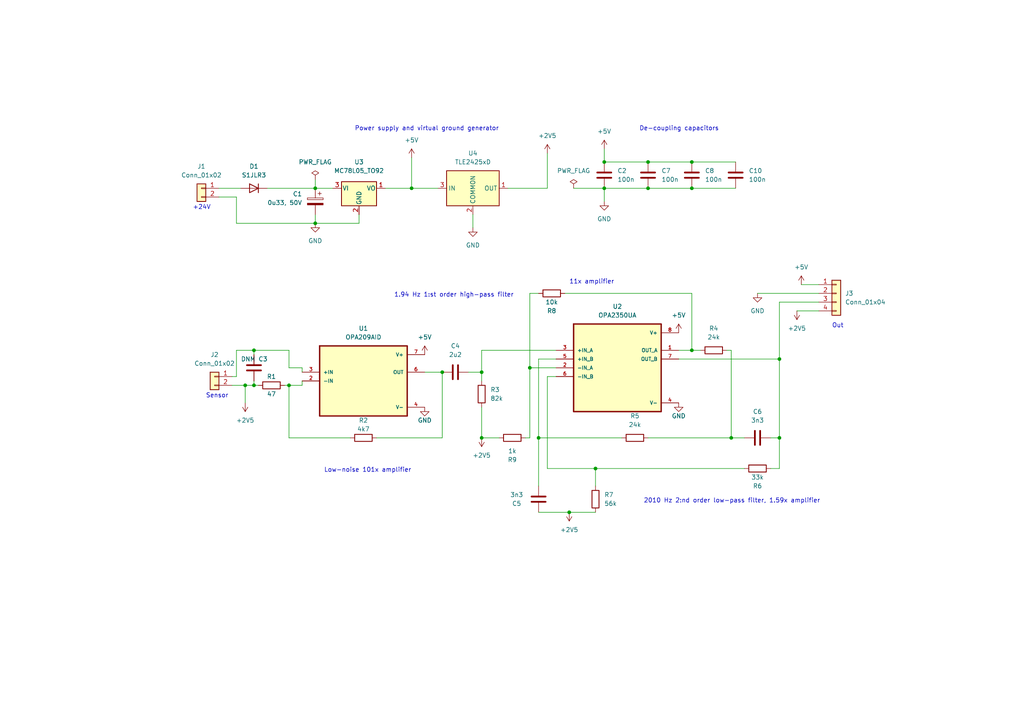
<source format=kicad_sch>
(kicad_sch (version 20211123) (generator eeschema)
  (paper "A4")
  (title_block (title "RMSensor with OPA209 LNA") (rev "1.0") (company "LT Advisory Group AB"))
  (lib_symbols
    (symbol "Connector_Generic:Conn_01x02" (pin_names (offset 1.016) hide)
      (property "Reference" "J" (at 0 2.54 0))
      (property "Value" "Conn_01x02" (at 0 -5.08 0))
      (symbol "Conn_01x02_1_1"
        (rectangle (start -1.27 -2.413) (end 0 -2.667) (stroke (width 0.1524)))
        (rectangle (start -1.27 0.127) (end 0 -0.127) (stroke (width 0.1524)))
        (rectangle (start -1.27 1.27) (end 1.27 -3.81) (stroke (width 0.254)) (fill (type background)))
        (pin passive line (at -5.08 0 0) (length 3.81) (name "Pin_1") (number "1"))
        (pin passive line (at -5.08 -2.54 0) (length 3.81) (name "Pin_2") (number "2"))
      )
    )
    (symbol "Connector_Generic:Conn_01x04" (pin_names (offset 1.016) hide)
      (property "Reference" "J" (at 0 5.08 0))
      (property "Value" "Conn_01x04" (at 0 -7.62 0))
      (symbol "Conn_01x04_1_1"
        (rectangle (start -1.27 -4.953) (end 0 -5.207) (stroke (width 0.1524)))
        (rectangle (start -1.27 -2.413) (end 0 -2.667) (stroke (width 0.1524)))
        (rectangle (start -1.27 0.127) (end 0 -0.127) (stroke (width 0.1524)))
        (rectangle (start -1.27 2.667) (end 0 2.413) (stroke (width 0.1524)))
        (rectangle (start -1.27 3.81) (end 1.27 -6.35) (stroke (width 0.254)) (fill (type background)))
        (pin passive line (at -5.08 2.54 0) (length 3.81) (name "Pin_1") (number "1"))
        (pin passive line (at -5.08 0 0) (length 3.81) (name "Pin_2") (number "2"))
        (pin passive line (at -5.08 -2.54 0) (length 3.81) (name "Pin_3") (number "3"))
        (pin passive line (at -5.08 -5.08 0) (length 3.81) (name "Pin_4") (number "4"))
      )
    )
    (symbol "Device:C" (pin_numbers hide) (pin_names (offset 0.254))
      (property "Reference" "C" (at 0.635 2.54 0))
      (property "Value" "C" (at 0.635 -2.54 0))
      (symbol "C_0_1"
        (polyline (pts (xy -2.032 -0.762) (xy 2.032 -0.762)) (stroke (width 0.508)))
        (polyline (pts (xy -2.032 0.762) (xy 2.032 0.762)) (stroke (width 0.508)))
      )
      (symbol "C_1_1"
        (pin passive line (at 0 3.81 270) (length 2.794) (name "~") (number "1"))
        (pin passive line (at 0 -3.81 90) (length 2.794) (name "~") (number "2"))
      )
    )
    (symbol "Device:C_Polarized" (pin_numbers hide) (pin_names (offset 0.254))
      (property "Reference" "C" (at 0.635 2.54 0))
      (property "Value" "C_Polarized" (at 0.635 -2.54 0))
      (symbol "C_Polarized_0_1"
        (rectangle (start -2.286 0.508) (end 2.286 1.016))
        (polyline (pts (xy -1.778 2.286) (xy -0.762 2.286)))
        (polyline (pts (xy -1.27 2.794) (xy -1.27 1.778)))
        (rectangle (start 2.286 -0.508) (end -2.286 -1.016) (fill (type outline)))
      )
      (symbol "C_Polarized_1_1"
        (pin passive line (at 0 3.81 270) (length 2.794) (name "~") (number "1"))
        (pin passive line (at 0 -3.81 90) (length 2.794) (name "~") (number "2"))
      )
    )
    (symbol "Device:R" (pin_numbers hide) (pin_names (offset 0))
      (property "Reference" "R" (at 2.032 0 90))
      (property "Value" "R" (at 0 0 90))
      (symbol "R_0_1"
        (rectangle (start -1.016 -2.54) (end 1.016 2.54) (stroke (width 0.254)))
      )
      (symbol "R_1_1"
        (pin passive line (at 0 3.81 270) (length 1.27) (name "~") (number "1"))
        (pin passive line (at 0 -3.81 90) (length 1.27) (name "~") (number "2"))
      )
    )
    (symbol "Diode:US1J" (pin_numbers hide) (pin_names hide)
      (property "Reference" "D" (at 0 2.54 0))
      (property "Value" "US1J" (at 0 -2.54 0))
      (symbol "US1J_0_1"
        (polyline (pts (xy -1.27 1.27) (xy -1.27 -1.27)) (stroke (width 0.254)))
        (polyline (pts (xy 1.27 0) (xy -1.27 0)))
        (polyline (pts (xy 1.27 1.27) (xy 1.27 -1.27) (xy -1.27 0) (xy 1.27 1.27)) (stroke (width 0.254)))
      )
      (symbol "US1J_1_1"
        (pin passive line (at -3.81 0 0) (length 2.54) (name "K") (number "1"))
        (pin passive line (at 3.81 0 180) (length 2.54) (name "A") (number "2"))
      )
    )
    (symbol "OPA209AID:OPA209AID" (pin_names (offset 1.016))
      (property "Reference" "U" (at -12.7 11.16 0))
      (property "Value" "OPA209AID" (at -12.7 -14.16 0))
      (symbol "OPA209AID_0_0"
        (rectangle (start -12.7 -10.16) (end 12.7 10.16) (stroke (width 0.41)) (fill (type background)))
        (pin input line (at -17.78 0 0) (length 5.08) (name "-IN") (number "2"))
        (pin input line (at -17.78 2.54 0) (length 5.08) (name "+IN") (number "3"))
        (pin power_in line (at 17.78 -7.62 180) (length 5.08) (name "V-") (number "4"))
        (pin output line (at 17.78 2.54 180) (length 5.08) (name "OUT") (number "6"))
        (pin power_in line (at 17.78 7.62 180) (length 5.08) (name "V+") (number "7"))
      )
    )
    (symbol "OPA2350UA:OPA2350UA" (pin_names (offset 1.016))
      (property "Reference" "U" (at -12.7 13.7 0))
      (property "Value" "OPA2350UA" (at -12.7 -16.7 0))
      (symbol "OPA2350UA_0_0"
        (rectangle (start -12.7 -12.7) (end 12.7 12.7) (stroke (width 0.41)) (fill (type background)))
        (pin output line (at 17.78 5.08 180) (length 5.08) (name "OUT_A") (number "1"))
        (pin input line (at -17.78 0 0) (length 5.08) (name "-IN_A") (number "2"))
        (pin input line (at -17.78 5.08 0) (length 5.08) (name "+IN_A") (number "3"))
        (pin power_in line (at 17.78 -10.16 180) (length 5.08) (name "V-") (number "4"))
        (pin input line (at -17.78 2.54 0) (length 5.08) (name "+IN_B") (number "5"))
        (pin input line (at -17.78 -2.54 0) (length 5.08) (name "-IN_B") (number "6"))
        (pin output line (at 17.78 2.54 180) (length 5.08) (name "OUT_B") (number "7"))
        (pin power_in line (at 17.78 10.16 180) (length 5.08) (name "V+") (number "8"))
      )
    )
    (symbol "Reference_Voltage:TLE2425xD"
      (property "Reference" "U" (at -8.89 6.35 0))
      (property "Value" "TLE2425xD" (at 10.16 6.35 0))
      (symbol "TLE2425xD_0_1"
        (rectangle (start 7.62 -5.08) (end -7.62 5.08) (stroke (width 0.254)) (fill (type background)))
      )
      (symbol "TLE2425xD_1_1"
        (pin power_out line (at 10.16 0 180) (length 2.54) (name "OUT") (number "1"))
        (pin power_in line (at 0 -7.62 90) (length 2.54) (name "COMMON") (number "2"))
        (pin power_in line (at -10.16 0 0) (length 2.54) (name "IN") (number "3"))
        (pin no_connect line (at -7.62 -2.54 0) (length 2.54) hide (name "NC") (number "4"))
        (pin no_connect line (at -5.08 -5.08 90) (length 2.54) hide (name "NC") (number "5"))
        (pin no_connect line (at 7.62 2.54 180) (length 2.54) hide (name "NC") (number "6"))
        (pin no_connect line (at 7.62 -2.54 180) (length 2.54) hide (name "NC") (number "7"))
        (pin no_connect line (at -7.62 2.54 0) (length 2.54) hide (name "NC") (number "8"))
      )
    )
    (symbol "Regulator_Linear:MC78L05_TO92" (pin_names (offset 0.254))
      (property "Reference" "U" (at -3.81 3.175 0))
      (property "Value" "MC78L05_TO92" (at 0 3.175 0))
      (symbol "MC78L05_TO92_0_1"
        (rectangle (start -5.08 -5.08) (end 5.08 1.905) (stroke (width 0.254)) (fill (type background)))
      )
      (symbol "MC78L05_TO92_1_1"
        (pin power_out line (at 7.62 0 180) (length 2.54) (name "VO") (number "1"))
        (pin power_in line (at 0 -7.62 90) (length 2.54) (name "GND") (number "2"))
        (pin power_in line (at -7.62 0 0) (length 2.54) (name "VI") (number "3"))
      )
    )
    (symbol "power:+2V5" (power) (pin_names (offset 0))
      (property "Value" "+2V5" (at 0 3.556 0))
      (symbol "+2V5_0_1"
        (polyline (pts (xy -0.762 1.27) (xy 0 2.54)))
        (polyline (pts (xy 0 0) (xy 0 2.54)))
        (polyline (pts (xy 0 2.54) (xy 0.762 1.27)))
      )
      (symbol "+2V5_1_1"
        (pin power_in line (at 0 0 90) (length 0) hide (name "+2V5") (number "1"))
      )
    )
    (symbol "power:+5V" (power) (pin_names (offset 0))
      (property "Value" "+5V" (at 0 3.556 0))
      (symbol "+5V_0_1"
        (polyline (pts (xy -0.762 1.27) (xy 0 2.54)))
        (polyline (pts (xy 0 0) (xy 0 2.54)))
        (polyline (pts (xy 0 2.54) (xy 0.762 1.27)))
      )
      (symbol "+5V_1_1"
        (pin power_in line (at 0 0 90) (length 0) hide (name "+5V") (number "1"))
      )
    )
    (symbol "power:GND" (power) (pin_names (offset 0))
      (property "Value" "GND" (at 0 -3.81 0))
      (symbol "GND_0_1"
        (polyline (pts (xy 0 0) (xy 0 -1.27) (xy 1.27 -1.27) (xy 0 -2.54) (xy -1.27 -1.27) (xy 0 -1.27)))
      )
      (symbol "GND_1_1"
        (pin power_in line (at 0 0 270) (length 0) hide (name "GND") (number "1"))
      )
    )
    (symbol "power:PWR_FLAG" (power) (pin_numbers hide) (pin_names (offset 0) hide)
      (property "Value" "PWR_FLAG" (at 0 3.81 0))
      (symbol "PWR_FLAG_0_0"
        (pin power_out line (at 0 0 90) (length 0) (name "pwr") (number "1"))
      )
      (symbol "PWR_FLAG_0_1"
        (polyline (pts (xy 0 0) (xy 0 1.27) (xy -1.016 1.905) (xy 0 2.54) (xy 1.016 1.905) (xy 0 1.27)))
      )
    )
  )
  (junction (at 156.21 127))
  (junction (at 91.44 54.61))
  (junction (at 165.1 148.59))
  (junction (at 226.06 104.14))
  (junction (at 212.09 127))
  (junction (at 187.96 54.61))
  (junction (at 139.7 107.95))
  (junction (at 71.12 111.76))
  (junction (at 187.96 46.99))
  (junction (at 200.66 46.99))
  (junction (at 226.06 127))
  (junction (at 83.82 111.76))
  (junction (at 139.7 127))
  (junction (at 172.72 135.89))
  (junction (at 175.26 46.99))
  (junction (at 200.66 101.6))
  (junction (at 153.67 106.68))
  (junction (at 91.44 64.77))
  (junction (at 73.66 111.76))
  (junction (at 128.27 107.95))
  (junction (at 73.66 101.6))
  (junction (at 175.26 54.61))
  (junction (at 119.38 54.61))
  (junction (at 200.66 54.61))
  (wire (pts (xy 87.63 110.49) (xy 87.63 111.76)))
  (wire (pts (xy 139.7 107.95) (xy 135.89 107.95)))
  (wire (pts (xy 139.7 110.49) (xy 139.7 107.95)))
  (wire (pts (xy 175.26 54.61) (xy 166.37 54.61)))
  (wire (pts (xy 226.06 87.63) (xy 226.06 104.14)))
  (wire (pts (xy 67.31 109.22) (xy 68.58 109.22)))
  (wire (pts (xy 119.38 45.72) (xy 119.38 54.61)))
  (wire (pts (xy 73.66 101.6) (xy 83.82 101.6)))
  (wire (pts (xy 137.16 62.23) (xy 137.16 66.04)))
  (wire (pts (xy 212.09 127) (xy 215.9 127)))
  (wire (pts (xy 73.66 110.49) (xy 73.66 111.76)))
  (wire (pts (xy 91.44 64.77) (xy 91.44 62.23)))
  (wire (pts (xy 158.75 44.45) (xy 158.75 54.61)))
  (wire (pts (xy 156.21 85.09) (xy 153.67 85.09)))
  (wire (pts (xy 83.82 106.68) (xy 87.63 106.68)))
  (wire (pts (xy 71.12 111.76) (xy 73.66 111.76)))
  (wire (pts (xy 67.31 111.76) (xy 71.12 111.76)))
  (wire (pts (xy 200.66 101.6) (xy 203.2 101.6)))
  (wire (pts (xy 226.06 87.63) (xy 237.49 87.63)))
  (wire (pts (xy 200.66 46.99) (xy 213.36 46.99)))
  (wire (pts (xy 63.5 54.61) (xy 69.85 54.61)))
  (wire (pts (xy 71.12 116.84) (xy 71.12 111.76)))
  (wire (pts (xy 73.66 102.87) (xy 73.66 101.6)))
  (wire (pts (xy 172.72 135.89) (xy 215.9 135.89)))
  (wire (pts (xy 128.27 127) (xy 109.22 127)))
  (wire (pts (xy 161.29 109.22) (xy 158.75 109.22)))
  (wire (pts (xy 200.66 54.61) (xy 213.36 54.61)))
  (wire (pts (xy 196.85 104.14) (xy 226.06 104.14)))
  (wire (pts (xy 226.06 104.14) (xy 226.06 127)))
  (wire (pts (xy 77.47 54.61) (xy 91.44 54.61)))
  (wire (pts (xy 83.82 111.76) (xy 83.82 127)))
  (wire (pts (xy 104.14 62.23) (xy 104.14 64.77)))
  (wire (pts (xy 83.82 127) (xy 101.6 127)))
  (wire (pts (xy 161.29 106.68) (xy 153.67 106.68)))
  (wire (pts (xy 91.44 64.77) (xy 104.14 64.77)))
  (wire (pts (xy 226.06 127) (xy 223.52 127)))
  (wire (pts (xy 139.7 118.11) (xy 139.7 127)))
  (wire (pts (xy 165.1 148.59) (xy 172.72 148.59)))
  (wire (pts (xy 219.71 85.09) (xy 237.49 85.09)))
  (wire (pts (xy 212.09 101.6) (xy 212.09 127)))
  (wire (pts (xy 83.82 101.6) (xy 83.82 106.68)))
  (wire (pts (xy 156.21 148.59) (xy 165.1 148.59)))
  (wire (pts (xy 180.34 127) (xy 156.21 127)))
  (wire (pts (xy 82.55 111.76) (xy 83.82 111.76)))
  (wire (pts (xy 73.66 101.6) (xy 68.58 101.6)))
  (wire (pts (xy 196.85 101.6) (xy 200.66 101.6)))
  (wire (pts (xy 175.26 54.61) (xy 187.96 54.61)))
  (wire (pts (xy 68.58 64.77) (xy 68.58 57.15)))
  (wire (pts (xy 123.19 107.95) (xy 128.27 107.95)))
  (wire (pts (xy 210.82 101.6) (xy 212.09 101.6)))
  (wire (pts (xy 161.29 101.6) (xy 139.7 101.6)))
  (wire (pts (xy 68.58 101.6) (xy 68.58 109.22)))
  (wire (pts (xy 231.14 90.17) (xy 237.49 90.17)))
  (wire (pts (xy 91.44 52.07) (xy 91.44 54.61)))
  (wire (pts (xy 139.7 101.6) (xy 139.7 107.95)))
  (wire (pts (xy 87.63 106.68) (xy 87.63 107.95)))
  (wire (pts (xy 158.75 135.89) (xy 172.72 135.89)))
  (wire (pts (xy 172.72 135.89) (xy 172.72 140.97)))
  (wire (pts (xy 73.66 111.76) (xy 74.93 111.76)))
  (wire (pts (xy 128.27 107.95) (xy 128.27 127)))
  (wire (pts (xy 200.66 85.09) (xy 200.66 101.6)))
  (wire (pts (xy 156.21 127) (xy 156.21 140.97)))
  (wire (pts (xy 83.82 111.76) (xy 87.63 111.76)))
  (wire (pts (xy 153.67 106.68) (xy 153.67 127)))
  (wire (pts (xy 156.21 127) (xy 156.21 104.14)))
  (wire (pts (xy 175.26 43.18) (xy 175.26 46.99)))
  (wire (pts (xy 187.96 46.99) (xy 200.66 46.99)))
  (wire (pts (xy 152.4 127) (xy 153.67 127)))
  (wire (pts (xy 175.26 54.61) (xy 175.26 58.42)))
  (wire (pts (xy 156.21 104.14) (xy 161.29 104.14)))
  (wire (pts (xy 163.83 85.09) (xy 200.66 85.09)))
  (wire (pts (xy 187.96 54.61) (xy 200.66 54.61)))
  (wire (pts (xy 68.58 64.77) (xy 91.44 64.77)))
  (wire (pts (xy 212.09 127) (xy 187.96 127)))
  (wire (pts (xy 223.52 135.89) (xy 226.06 135.89)))
  (wire (pts (xy 119.38 54.61) (xy 127 54.61)))
  (wire (pts (xy 158.75 54.61) (xy 147.32 54.61)))
  (wire (pts (xy 91.44 54.61) (xy 96.52 54.61)))
  (wire (pts (xy 111.76 54.61) (xy 119.38 54.61)))
  (wire (pts (xy 158.75 109.22) (xy 158.75 135.89)))
  (wire (pts (xy 153.67 85.09) (xy 153.67 106.68)))
  (wire (pts (xy 226.06 135.89) (xy 226.06 127)))
  (wire (pts (xy 175.26 46.99) (xy 187.96 46.99)))
  (wire (pts (xy 68.58 57.15) (xy 63.5 57.15)))
  (wire (pts (xy 139.7 127) (xy 144.78 127)))
  (wire (pts (xy 232.41 82.55) (xy 237.49 82.55)))
  (text "De-coupling capacitors" (at 185.42 38.1 0) (effects (font (size 1.27 1.27)) (justify left bottom)))
  (text "11x amplifier" (at 165.1 82.55 0) (effects (font (size 1.27 1.27)) (justify left bottom)))
  (text "Sensor" (at 59.69 115.57 0) (effects (font (size 1.27 1.27)) (justify left bottom)))
  (text "Out" (at 241.3 95.25 0) (effects (font (size 1.27 1.27)) (justify left bottom)))
  (text "+24V" (at 55.88 60.96 0) (effects (font (size 1.27 1.27)) (justify left bottom)))
  (text "2010 Hz 2:nd order low-pass filter, 1.59x amplifier" (at 186.69 146.05 0) (effects (font (size 1.27 1.27)) (justify left bottom)))
  (text "1.94 Hz 1:st order high-pass filter" (at 114.3 86.36 0) (effects (font (size 1.27 1.27)) (justify left bottom)))
  (text "Power supply and virtual ground generator" (at 102.87 38.1 0) (effects (font (size 1.27 1.27)) (justify left bottom)))
  (text "Low-noise 101x amplifier " (at 93.98 137.16 0) (effects (font (size 1.27 1.27)) (justify left bottom)))
  (symbol (lib_id "power:+2V5") (at 231.14 90.17 0) (mirror x) (unit 1)
    (property "Reference" "#PWR015" (effects hide))
    (property "Value" "+2V5" (at 231.14 95.25 0))
  )
  (symbol (lib_id "Reference_Voltage:TLE2425xD") (at 137.16 54.61 0) (unit 1)
    (property "Reference" "U4" (at 137.16 44.45 0))
    (property "Value" "TLE2425xD" (at 137.16 46.99 0))
    (property "Footprint" "Package_SO:SOIC-8_3.9x4.9mm_P1.27mm" (effects hide))
    (property "Datasheet" "http://www.ti.com/lit/ds/symlink/tle2425.pdf" (effects hide))
  )
  (symbol (lib_id "power:+5V") (at 196.85 96.52 0) (unit 1)
    (property "Reference" "#PWR012" (effects hide))
    (property "Value" "+5V" (at 196.85 91.44 0))
  )
  (symbol (lib_id "Device:R") (at 139.7 114.3 0) (unit 1)
    (property "Reference" "R3" (at 142.24 113.0299 0) (effects (justify left)))
    (property "Value" "82k" (at 142.24 115.5699 0) (effects (justify left)))
    (property "Footprint" "Resistor_SMD:R_1206_3216Metric" (effects hide))
  )
  (symbol (lib_id "Device:R") (at 78.74 111.76 90) (unit 1)
    (property "Reference" "R1" (at 78.74 109.22 90))
    (property "Value" "47" (at 78.74 114.3 90))
    (property "Footprint" "Resistor_SMD:R_1206_3216Metric" (effects hide))
  )
  (symbol (lib_id "Regulator_Linear:MC78L05_TO92") (at 104.14 54.61 0) (unit 1)
    (property "Reference" "U3" (at 104.14 46.99 0))
    (property "Value" "MC78L05_TO92" (at 104.14 49.53 0))
    (property "Footprint" "Package_TO_SOT_THT:TO-92_Inline" (effects hide))
    (property "Datasheet" "https://www.onsemi.com/pub/Collateral/MC78L00A-D.PDF" (effects hide))
  )
  (symbol (lib_id "Connector_Generic:Conn_01x04") (at 242.57 85.09 0) (unit 1)
    (property "Reference" "J3" (at 245.11 85.0899 0) (effects (justify left)))
    (property "Value" "Conn_01x04" (at 245.11 87.6299 0) (effects (justify left)))
    (property "Footprint" "RMSensorConnectors:FourHoleConnector" (effects hide))
  )
  (symbol (lib_id "Device:C") (at 200.66 50.8 0) (mirror y) (unit 1)
    (property "Reference" "C8" (at 204.47 49.5299 0) (effects (justify right)))
    (property "Value" "100n" (at 204.47 52.0699 0) (effects (justify right)))
    (property "Footprint" "Capacitor_SMD:C_1206_3216Metric" (effects hide))
  )
  (symbol (lib_id "power:GND") (at 137.16 66.04 0) (unit 1)
    (property "Reference" "#PWR06" (effects hide))
    (property "Value" "GND" (at 137.16 71.12 0))
  )
  (symbol (lib_id "Diode:US1J") (at 73.66 54.61 0) (mirror y) (unit 1)
    (property "Reference" "D1" (at 73.66 48.26 0))
    (property "Value" "S1JLR3" (at 73.66 50.8 0))
    (property "Footprint" "RMSensorConnectors:Sub-sma" (effects hide))
    (property "Datasheet" "https://www.diodes.com/assets/Datasheets/ds16008.pdf" (effects hide))
  )
  (symbol (lib_id "Device:C") (at 187.96 50.8 0) (mirror y) (unit 1)
    (property "Reference" "C7" (at 191.8432 49.5299 0) (effects (justify right)))
    (property "Value" "100n" (at 191.8432 52.0699 0) (effects (justify right)))
    (property "Footprint" "Capacitor_SMD:C_1206_3216Metric" (effects hide))
  )
  (symbol (lib_id "power:GND") (at 196.85 116.84 0) (unit 1)
    (property "Reference" "#PWR013" (effects hide))
    (property "Value" "GND" (at 196.85 120.65 0))
  )
  (symbol (lib_id "power:GND") (at 91.44 64.77 0) (unit 1)
    (property "Reference" "#PWR02" (effects hide))
    (property "Value" "GND" (at 91.44 69.85 0))
  )
  (symbol (lib_id "OPA209AID:OPA209AID") (at 105.41 110.49 0) (unit 1)
    (property "Reference" "U1" (at 105.41 95.25 0))
    (property "Value" "OPA209AID" (at 105.41 97.79 0))
    (property "Footprint" "OPA209AID:SOIC127P599X175-8N" (effects hide))
  )
  (symbol (lib_id "Device:C") (at 73.66 106.68 0) (unit 1)
    (property "Reference" "C3" (at 74.93 104.14 0) (effects (justify left)))
    (property "Value" "DNM" (at 69.85 104.14 0) (effects (justify left)))
    (property "Footprint" "Capacitor_SMD:C_1206_3216Metric" (effects hide))
  )
  (symbol (lib_id "Connector_Generic:Conn_01x02") (at 58.42 54.61 0) (mirror y) (unit 1)
    (property "Reference" "J1" (at 58.42 48.26 0))
    (property "Value" "Conn_01x02" (at 58.42 50.8 0))
    (property "Footprint" "RMSensorConnectors:TwoHoleConnector" (effects hide))
  )
  (symbol (lib_id "Device:R") (at 160.02 85.09 90) (unit 1)
    (property "Reference" "R8" (at 160.02 90.17 90))
    (property "Value" "10k" (at 160.02 87.63 90))
    (property "Footprint" "Resistor_SMD:R_1206_3216Metric" (effects hide))
  )
  (symbol (lib_id "Device:C") (at 132.08 107.95 270) (mirror x) (unit 1)
    (property "Reference" "C4" (at 132.08 100.33 90))
    (property "Value" "2u2" (at 132.08 102.87 90))
    (property "Footprint" "Capacitor_SMD:C_1206_3216Metric" (effects hide))
  )
  (symbol (lib_id "power:+5V") (at 123.19 102.87 0) (unit 1)
    (property "Reference" "#PWR04" (effects hide))
    (property "Value" "+5V" (at 123.19 97.79 0))
  )
  (symbol (lib_id "Device:R") (at 219.71 135.89 90) (unit 1)
    (property "Reference" "R6" (at 219.71 140.97 90))
    (property "Value" "33k" (at 219.71 138.43 90))
    (property "Footprint" "Resistor_SMD:R_1206_3216Metric" (effects hide))
  )
  (symbol (lib_id "power:GND") (at 123.19 118.11 0) (unit 1)
    (property "Reference" "#PWR05" (effects hide))
    (property "Value" "GND" (at 123.19 121.92 0))
  )
  (symbol (lib_id "Device:C") (at 156.21 144.78 0) (unit 1)
    (property "Reference" "C5" (at 149.86 146.05 0))
    (property "Value" "3n3" (at 149.86 143.51 0))
    (property "Footprint" "Capacitor_SMD:C_1206_3216Metric" (effects hide))
  )
  (symbol (lib_id "power:PWR_FLAG") (at 166.37 54.61 0) (unit 1)
    (property "Reference" "#FLG02" (effects hide))
    (property "Value" "PWR_FLAG" (at 166.37 49.53 0))
  )
  (symbol (lib_id "Device:R") (at 148.59 127 90) (mirror x) (unit 1)
    (property "Reference" "R9" (at 148.59 133.35 90))
    (property "Value" "1k" (at 148.59 130.81 90))
    (property "Footprint" "Resistor_SMD:R_1206_3216Metric" (effects hide))
  )
  (symbol (lib_id "power:+2V5") (at 71.12 116.84 0) (mirror x) (unit 1)
    (property "Reference" "#PWR01" (effects hide))
    (property "Value" "+2V5" (at 71.12 121.92 0))
  )
  (symbol (lib_id "Device:C") (at 219.71 127 90) (mirror x) (unit 1)
    (property "Reference" "C6" (at 219.71 119.38 90))
    (property "Value" "3n3" (at 219.71 121.92 90))
    (property "Footprint" "Capacitor_SMD:C_1206_3216Metric" (effects hide))
  )
  (symbol (lib_id "Device:C_Polarized") (at 91.44 58.42 0) (mirror y) (unit 1)
    (property "Reference" "C1" (at 87.63 56.2609 0) (effects (justify left)))
    (property "Value" "0u33, 50V" (at 87.63 58.8009 0) (effects (justify left)))
    (property "Footprint" "Capacitor_SMD:C_1206_3216Metric" (effects hide))
  )
  (symbol (lib_id "power:+2V5") (at 158.75 44.45 0) (unit 1)
    (property "Reference" "#PWR08" (effects hide))
    (property "Value" "+2V5" (at 158.75 39.37 0))
  )
  (symbol (lib_id "power:GND") (at 219.71 85.09 0) (unit 1)
    (property "Reference" "#PWR014" (effects hide))
    (property "Value" "GND" (at 219.71 90.17 0))
  )
  (symbol (lib_id "Device:C") (at 175.26 50.8 0) (mirror y) (unit 1)
    (property "Reference" "C2" (at 179.07 49.5299 0) (effects (justify right)))
    (property "Value" "100n" (at 179.07 52.0699 0) (effects (justify right)))
    (property "Footprint" "Capacitor_SMD:C_1206_3216Metric" (effects hide))
  )
  (symbol (lib_id "power:+5V") (at 175.26 43.18 0) (unit 1)
    (property "Reference" "#PWR010" (effects hide))
    (property "Value" "+5V" (at 175.26 38.1 0))
  )
  (symbol (lib_id "power:GND") (at 175.26 58.42 0) (unit 1)
    (property "Reference" "#PWR011" (effects hide))
    (property "Value" "GND" (at 175.26 63.5 0))
  )
  (symbol (lib_id "power:+2V5") (at 139.7 127 0) (mirror x) (unit 1)
    (property "Reference" "#PWR07" (effects hide))
    (property "Value" "+2V5" (at 139.7 132.08 0))
  )
  (symbol (lib_id "Device:C") (at 213.36 50.8 0) (mirror y) (unit 1)
    (property "Reference" "C10" (at 217.17 49.5299 0) (effects (justify right)))
    (property "Value" "100n" (at 217.17 52.0699 0) (effects (justify right)))
    (property "Footprint" "Capacitor_SMD:C_1206_3216Metric" (effects hide))
  )
  (symbol (lib_id "Device:R") (at 207.01 101.6 270) (unit 1)
    (property "Reference" "R4" (at 207.01 95.25 90))
    (property "Value" "24k" (at 207.01 97.79 90))
    (property "Footprint" "Resistor_SMD:R_1206_3216Metric" (effects hide))
  )
  (symbol (lib_id "Device:R") (at 105.41 127 270) (unit 1)
    (property "Reference" "R2" (at 105.41 121.92 90))
    (property "Value" "4k7" (at 105.41 124.46 90))
    (property "Footprint" "Resistor_SMD:R_1206_3216Metric" (effects hide))
  )
  (symbol (lib_id "Device:R") (at 184.15 127 270) (unit 1)
    (property "Reference" "R5" (at 184.15 120.65 90))
    (property "Value" "24k" (at 184.15 123.19 90))
    (property "Footprint" "Resistor_SMD:R_1206_3216Metric" (effects hide))
  )
  (symbol (lib_id "power:+5V") (at 119.38 45.72 0) (unit 1)
    (property "Reference" "#PWR03" (effects hide))
    (property "Value" "+5V" (at 119.38 40.64 0))
  )
  (symbol (lib_id "Device:R") (at 172.72 144.78 180) (unit 1)
    (property "Reference" "R7" (at 175.26 143.5099 0) (effects (justify right)))
    (property "Value" "56k" (at 175.26 146.0499 0) (effects (justify right)))
    (property "Footprint" "Resistor_SMD:R_1206_3216Metric" (effects hide))
  )
  (symbol (lib_id "power:PWR_FLAG") (at 91.44 52.07 0) (unit 1)
    (property "Reference" "#FLG01" (effects hide))
    (property "Value" "PWR_FLAG" (at 91.44 46.99 0))
  )
  (symbol (lib_id "OPA2350UA:OPA2350UA") (at 179.07 106.68 0) (unit 1)
    (property "Reference" "U2" (at 179.07 88.9 0))
    (property "Value" "OPA2350UA" (at 179.07 91.44 0))
    (property "Footprint" "OPA2350UA:SOIC127P599X175-8N" (effects hide))
  )
  (symbol (lib_id "power:+5V") (at 232.41 82.55 0) (unit 1)
    (property "Reference" "#PWR016" (effects hide))
    (property "Value" "+5V" (at 232.41 77.47 0))
  )
  (symbol (lib_id "Connector_Generic:Conn_01x02") (at 62.23 109.22 0) (mirror y) (unit 1)
    (property "Reference" "J2" (at 62.23 102.87 0))
    (property "Value" "Conn_01x02" (at 62.23 105.41 0))
    (property "Footprint" "RMSensorConnectors:TwoHoleConnector" (effects hide))
  )
  (symbol (lib_id "power:+2V5") (at 165.1 148.59 0) (mirror x) (unit 1)
    (property "Reference" "#PWR09" (effects hide))
    (property "Value" "+2V5" (at 165.1 153.67 0))
  )
)
</source>
